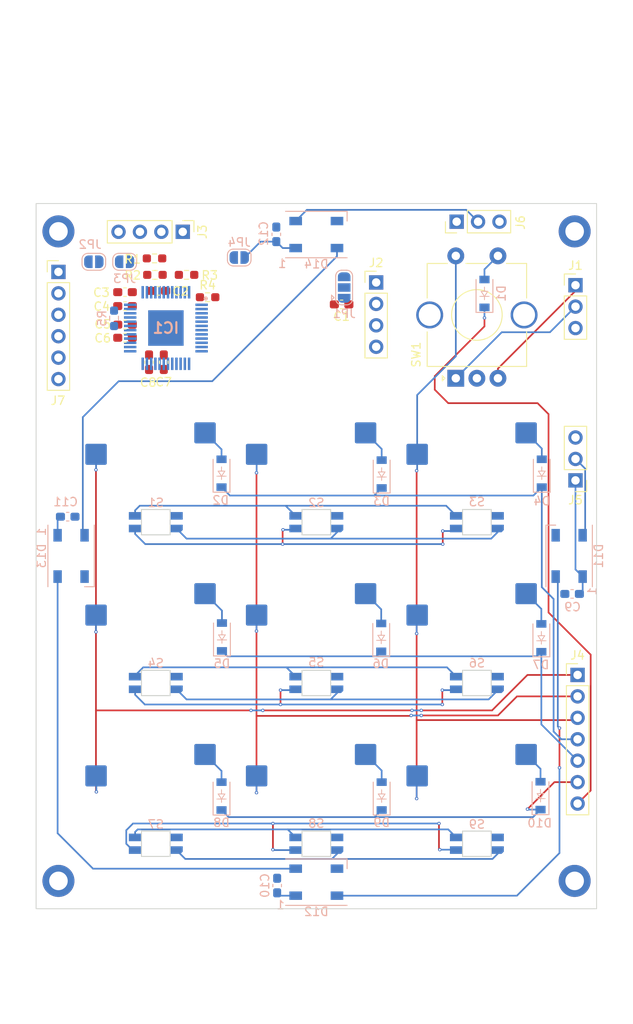
<source format=kicad_pcb>
(kicad_pcb (version 20211014) (generator pcbnew)
  (layers (0 "F.Cu" signal) (31 "B.Cu" signal) (34 "B.Paste" user) (35 "F.Paste" user) (36 "B.SilkS" user "B.Silkscreen") (37 "F.SilkS" user "F.Silkscreen") (38 "B.Mask" user) (39 "F.Mask" user) (44 "Edge.Cuts" user))
  (net 0 "")
  (net 1 "Net-(C1-Pad1)")
  (net 2 "GND")
  (net 3 "VCC")
  (net 4 "+5V")
  (net 5 "Row_RE")
  (net 6 "Net-(D1-Pad2)")
  (net 7 "Row0")
  (net 8 "Net-(D2-Pad2)")
  (net 9 "Net-(D3-Pad2)")
  (net 10 "Net-(D4-Pad2)")
  (net 11 "Row1")
  (net 12 "Net-(D5-Pad2)")
  (net 13 "Net-(D6-Pad2)")
  (net 14 "Net-(D7-Pad2)")
  (net 15 "Row2")
  (net 16 "Net-(D8-Pad2)")
  (net 17 "Net-(D9-Pad2)")
  (net 18 "Net-(D10-Pad2)")
  (net 19 "LED_DIN")
  (net 20 "Net-(D11-Pad2)")
  (net 21 "Net-(D12-Pad2)")
  (net 22 "Net-(D13-Pad2)")
  (net 23 "LED_DOUT")
  (net 25 "Row0_R")
  (net 26 "Row0_G")
  (net 27 "Row0_B")
  (net 28 "Row1_R")
  (net 29 "Row1_G")
  (net 30 "Row1_B")
  (net 31 "Row2_R")
  (net 32 "Row2_G")
  (net 33 "Row2_B")
  (net 37 "LED_Col0")
  (net 38 "LED_Col1")
  (net 39 "LED_Col2")
  (net 53 "Net-(IC1-Pad35)")
  (net 55 "SYNC")
  (net 56 "LED_SDA")
  (net 57 "LED_SCL")
  (net 59 "SHUTDOWN_JP")
  (net 60 "Net-(IC1-Pad47)")
  (net 61 "Net-(J1-Pad1)")
  (net 62 "Net-(J1-Pad2)")
  (net 63 "OLED_SCL")
  (net 64 "OLED_SDA")
  (net 65 "OLED_VCC")
  (net 66 "Col0")
  (net 67 "Col1")
  (net 68 "Col2")
  (footprint "Resistor_SMD:R_0603_1608Metric_Pad0.98x0.95mm_HandSolder" (layer "F.Cu") (at 49.9 26.2 180)
    (fp_text reference "R2")
    (fp_text value "4.7k")
  )
  (footprint "MX_Hotswap:MX-Hotswap-1U" (layer "F.Cu") (at 88.1 69.05)
    (fp_text reference "MX6")
    (fp_text value "MX-NoLED")
  )
  (footprint "MX_Hotswap:MX-Hotswap-1U" (layer "F.Cu") (at 69.05 88.1)
    (fp_text reference "MX8")
    (fp_text value "MX-NoLED")
  )
  (footprint "MX_Hotswap:MX-Hotswap-1U" (layer "F.Cu") (at 50 88.1)
    (fp_text reference "MX7")
    (fp_text value "MX-NoLED")
  )
  (footprint "MountingHole:MountingHole_2.2mm_M2_DIN965_Pad_TopBottom" (layer "F.Cu") (at 38.45 98)
    (fp_text reference "H3" hide)
    (fp_text value "MountingHole_Pad")
  )
  (footprint "MountingHole:MountingHole_2.2mm_M2_DIN965_Pad_TopBottom" (layer "F.Cu") (at 38.45 21.05)
    (fp_text reference "H2" hide)
    (fp_text value "MountingHole_Pad")
  )
  (footprint "Capacitor_SMD:C_0603_1608Metric_Pad1.08x0.95mm_HandSolder" (layer "F.Cu") (at 50.95 36.55 -90)
    (fp_text reference "C7")
    (fp_text value "0.47u")
  )
  (footprint "Resistor_SMD:R_0603_1608Metric_Pad0.98x0.95mm_HandSolder" (layer "F.Cu") (at 49.85 24.25 180)
    (fp_text reference "R1")
    (fp_text value "4.7k")
  )
  (footprint "Resistor_SMD:R_0603_1608Metric_Pad0.98x0.95mm_HandSolder" (layer "F.Cu") (at 53.65 26.2 180)
    (fp_text reference "R3")
    (fp_text value "100k")
  )
  (footprint "Connector_PinHeader_2.54mm:PinHeader_1x04_P2.54mm_Vertical" (layer "F.Cu") (at 53.2 21.1 -90)
    (fp_text reference "J3")
    (fp_text value "Conn_01x04")
  )
  (footprint "Connector_PinHeader_2.54mm:PinHeader_1x03_P2.54mm_Vertical" (layer "F.Cu") (at 85.7 19.9 90)
    (fp_text reference "J6")
    (fp_text value "Conn_01x03")
  )
  (footprint "Capacitor_SMD:C_0603_1608Metric_Pad1.08x0.95mm_HandSolder" (layer "F.Cu") (at 46.35 33.65 180)
    (fp_text reference "C6")
    (fp_text value "0.1u")
  )
  (footprint "Connector_PinHeader_2.54mm:PinHeader_1x03_P2.54mm_Vertical" (layer "F.Cu") (at 99.8 27.425)
    (fp_text reference "J1")
    (fp_text value "Conn_01x03")
  )
  (footprint "Connector_PinHeader_2.54mm:PinHeader_1x04_P2.54mm_Vertical" (layer "F.Cu") (at 76.15 27.1)
    (fp_text reference "J2")
    (fp_text value "Conn_01x04")
  )
  (footprint "MX_Hotswap:MX-Hotswap-1U" (layer "F.Cu") (at 69.05 69.05)
    (fp_text reference "MX5")
    (fp_text value "MX-NoLED")
  )
  (footprint "Connector_PinHeader_2.54mm:PinHeader_1x03_P2.54mm_Vertical" (layer "F.Cu") (at 99.8 50.55 180)
    (fp_text reference "J5")
    (fp_text value "Conn_01x03")
  )
  (footprint "Resistor_SMD:R_0603_1608Metric_Pad0.98x0.95mm_HandSolder" (layer "F.Cu") (at 56.15 28.85)
    (fp_text reference "R4")
    (fp_text value "100k")
  )
  (footprint "MX_Hotswap:MX-Hotswap-1U" (layer "F.Cu") (at 50 69.05)
    (fp_text reference "MX4")
    (fp_text value "MX-NoLED")
  )
  (footprint "MountingHole:MountingHole_2.2mm_M2_DIN965_Pad_TopBottom" (layer "F.Cu") (at 99.7 98)
    (fp_text reference "H1" hide)
    (fp_text value "MountingHole_Pad")
  )
  (footprint "MX_Hotswap:MX-Hotswap-1U" (layer "F.Cu") (at 69.05 50)
    (fp_text reference "MX2")
    (fp_text value "MX-NoLED")
  )
  (footprint "Connector_PinHeader_2.54mm:PinHeader_1x07_P2.54mm_Vertical" (layer "F.Cu") (at 100.05 73.6)
    (fp_text reference "J4")
    (fp_text value "Conn_01x07")
  )
  (footprint "Capacitor_SMD:C_0603_1608Metric_Pad1.08x0.95mm_HandSolder" (layer "F.Cu") (at 50.3 28.1)
    (fp_text reference "C2")
    (fp_text value "0.47u")
  )
  (footprint "Capacitor_SMD:C_0603_1608Metric_Pad1.08x0.95mm_HandSolder" (layer "F.Cu") (at 49.2 36.55 -90)
    (fp_text reference "C8")
    (fp_text value "0.1u")
  )
  (footprint "MX_Hotswap:MX-Hotswap-1U" (layer "F.Cu") (at 50 50)
    (fp_text reference "MX1")
    (fp_text value "MX-NoLED")
  )
  (footprint "MX_Hotswap:MX-Hotswap-1U" (layer "F.Cu") (at 88.1 88.1)
    (fp_text reference "MX9")
    (fp_text value "MX-NoLED")
  )
  (footprint "Capacitor_SMD:C_0603_1608Metric_Pad1.08x0.95mm_HandSolder" (layer "F.Cu") (at 46.35 32.1 180)
    (fp_text reference "C5")
    (fp_text value "0.47u")
  )
  (footprint "Capacitor_SMD:C_0603_1608Metric_Pad1.08x0.95mm_HandSolder" (layer "F.Cu") (at 46.35 29.9 180)
    (fp_text reference "C4")
    (fp_text value "0.1u")
  )
  (footprint "Connector_PinHeader_2.54mm:PinHeader_1x06_P2.54mm_Vertical" (layer "F.Cu") (at 38.45 25.85)
    (fp_text reference "J7")
    (fp_text value "Conn_01x06")
  )
  (footprint "Capacitor_SMD:C_0603_1608Metric_Pad1.08x0.95mm_HandSolder" (layer "F.Cu") (at 72.05 29.7 180)
    (fp_text reference "C1")
    (fp_text value "0.1u")
  )
  (footprint "Capacitor_SMD:C_0603_1608Metric_Pad1.08x0.95mm_HandSolder" (layer "F.Cu") (at 46.35 28.25 180)
    (fp_text reference "C3")
    (fp_text value "0.47u")
  )
  (footprint "MX_Hotswap:MX-Hotswap-1U" (layer "F.Cu") (at 88.1 50)
    (fp_text reference "MX3")
    (fp_text value "MX-NoLED")
  )
  (footprint "MountingHole:MountingHole_2.2mm_M2_DIN965_Pad_TopBottom" (layer "F.Cu") (at 99.7 21.05)
    (fp_text reference "H4" hide)
    (fp_text value "MountingHole_Pad")
  )
  (footprint "mini-general-tweaks:RotaryEncoder_Alps_EC11E-Switch-Vertical-EDIT" (layer "F.Cu") (at 88.1 30.95 90)
    (fp_text reference "SW1")
    (fp_text value "RotaryEncoder_Switch")
  )
  (footprint "random-keyboard-parts:D_SOD-123-Pretty" (layer "B.Cu") (at 95.65 87.9 90)
    (fp_text reference "D10")
    (fp_text value "D")
  )
  (footprint "random-keyboard-parts:QBLP677R-RGB-square_cutout" (layer "B.Cu") (at 50 93.6 180)
    (fp_text reference "S7")
    (fp_text value "QBLP677R-RGB")
    (fp_line (start -1.7 1.5) (end -1.7 -1.5) (layer "Edge.Cuts") (width 0.12))
    (fp_line (start 1.7 -1.5) (end 1.7 1.5) (layer "Edge.Cuts") (width 0.12))
    (fp_line (start 1.7 1.5) (end -1.7 1.5) (layer "Edge.Cuts") (width 0.12))
    (fp_line (start -1.7 -1.5) (end 1.7 -1.5) (layer "Edge.Cuts") (width 0.12))
  )
  (footprint "LED_SMD:LED_WS2812B_PLCC4_5.0x5.0mm_P3.2mm" (layer "B.Cu") (at 39.95 59.5 -90)
    (fp_text reference "D13")
    (fp_text value "WS2812B")
  )
  (footprint "random-keyboard-parts:D_SOD-123-Pretty" (layer "B.Cu") (at 76.8 87.95 90)
    (fp_text reference "D9")
    (fp_text value "D")
  )
  (footprint "LED_SMD:LED_WS2812B_PLCC4_5.0x5.0mm_P3.2mm" (layer "B.Cu") (at 69.05 98.15)
    (fp_text reference "D12")
    (fp_text value "WS2812B")
  )
  (footprint "random-keyboard-parts:D_SOD-123-Pretty" (layer "B.Cu") (at 57.8 49.7 90)
    (fp_text reference "D2")
    (fp_text value "D")
  )
  (footprint "random-keyboard-parts:D_SOD-123-Pretty" (layer "B.Cu") (at 95.75 69.2 90)
    (fp_text reference "D7")
    (fp_text value "D")
  )
  (footprint "random-keyboard-parts:QBLP677R-RGB-square_cutout" (layer "B.Cu") (at 69.05 74.55 180)
    (fp_text reference "S5")
    (fp_text value "QBLP677R-RGB")
    (fp_line (start -1.7 1.5) (end -1.7 -1.5) (layer "Edge.Cuts") (width 0.12))
    (fp_line (start 1.7 1.5) (end -1.7 1.5) (layer "Edge.Cuts") (width 0.12))
    (fp_line (start -1.7 -1.5) (end 1.7 -1.5) (layer "Edge.Cuts") (width 0.12))
    (fp_line (start 1.7 -1.5) (end 1.7 1.5) (layer "Edge.Cuts") (width 0.12))
  )
  (footprint "random-keyboard-parts:QBLP677R-RGB-square_cutout" (layer "B.Cu") (at 50 74.55 180)
    (fp_text reference "S4")
    (fp_text value "QBLP677R-RGB")
    (fp_line (start -1.7 -1.5) (end 1.7 -1.5) (layer "Edge.Cuts") (width 0.12))
    (fp_line (start 1.7 -1.5) (end 1.7 1.5) (layer "Edge.Cuts") (width 0.12))
    (fp_line (start 1.7 1.5) (end -1.7 1.5) (layer "Edge.Cuts") (width 0.12))
    (fp_line (start -1.7 1.5) (end -1.7 -1.5) (layer "Edge.Cuts") (width 0.12))
  )
  (footprint "LED_SMD:LED_WS2812B_PLCC4_5.0x5.0mm_P3.2mm" (layer "B.Cu") (at 69.05 21.425)
    (fp_text reference "D14")
    (fp_text value "WS2812B")
  )
  (footprint "random-keyboard-parts:QBLP677R-RGB-square_cutout" (layer "B.Cu") (at 88.1 55.5 180)
    (fp_text reference "S3")
    (fp_text value "QBLP677R-RGB")
    (fp_line (start -1.7 1.5) (end -1.7 -1.5) (layer "Edge.Cuts") (width 0.12))
    (fp_line (start 1.7 -1.5) (end 1.7 1.5) (layer "Edge.Cuts") (width 0.12))
    (fp_line (start -1.7 -1.5) (end 1.7 -1.5) (layer "Edge.Cuts") (width 0.12))
    (fp_line (start 1.7 1.5) (end -1.7 1.5) (layer "Edge.Cuts") (width 0.12))
  )
  (footprint "random-keyboard-parts:QBLP677R-RGB-square_cutout" (layer "B.Cu") (at 69.05 55.5 180)
    (fp_text reference "S2")
    (fp_text value "QBLP677R-RGB")
    (fp_line (start 1.7 1.5) (end -1.7 1.5) (layer "Edge.Cuts") (width 0.12))
    (fp_line (start 1.7 -1.5) (end 1.7 1.5) (layer "Edge.Cuts") (width 0.12))
    (fp_line (start -1.7 1.5) (end -1.7 -1.5) (layer "Edge.Cuts") (width 0.12))
    (fp_line (start -1.7 -1.5) (end 1.7 -1.5) (layer "Edge.Cuts") (width 0.12))
  )
  (footprint "random-keyboard-parts:QBLP677R-RGB-square_cutout" (layer "B.Cu") (at 88.1 93.6 180)
    (fp_text reference "S9")
    (fp_text value "QBLP677R-RGB")
    (fp_line (start 1.7 1.5) (end -1.7 1.5) (layer "Edge.Cuts") (width 0.12))
    (fp_line (start 1.7 -1.5) (end 1.7 1.5) (layer "Edge.Cuts") (width 0.12))
    (fp_line (start -1.7 -1.5) (end 1.7 -1.5) (layer "Edge.Cuts") (width 0.12))
    (fp_line (start -1.7 1.5) (end -1.7 -1.5) (layer "Edge.Cuts") (width 0.12))
  )
  (footprint "Capacitor_SMD:C_0603_1608Metric_Pad1.08x0.95mm_HandSolder" (layer "B.Cu") (at 64.4 98.55 90)
    (fp_text reference "C10")
    (fp_text value "0.1u")
  )
  (footprint "random-keyboard-parts:QBLP677R-RGB-square_cutout" (layer "B.Cu") (at 50 55.5 180)
    (fp_text reference "S1")
    (fp_text value "QBLP677R-RGB")
    (fp_line (start 1.7 -1.5) (end 1.7 1.5) (layer "Edge.Cuts") (width 0.12))
    (fp_line (start -1.7 -1.5) (end 1.7 -1.5) (layer "Edge.Cuts") (width 0.12))
    (fp_line (start 1.7 1.5) (end -1.7 1.5) (layer "Edge.Cuts") (width 0.12))
    (fp_line (start -1.7 1.5) (end -1.7 -1.5) (layer "Edge.Cuts") (width 0.12))
  )
  (footprint "Jumper:SolderJumper-3_P1.3mm_Open_RoundedPad1.0x1.5mm" (layer "B.Cu") (at 72.35 27.7 90)
    (fp_text reference "JP1")
    (fp_text value "Jumper_3_Open")
  )
  (footprint "Jumper:SolderJumper-2_P1.3mm_Open_RoundedPad1.0x1.5mm" (layer "B.Cu") (at 59.9 24.15 180)
    (fp_text reference "JP4")
    (fp_text value "Jumper_2_Open")
  )
  (footprint "Capacitor_SMD:C_0603_1608Metric_Pad1.08x0.95mm_HandSolder" (layer "B.Cu") (at 64.3 21.4 90)
    (fp_text reference "C12")
    (fp_text value "0.1u")
  )
  (footprint "Capacitor_SMD:C_0603_1608Metric_Pad1.08x0.95mm_HandSolder" (layer "B.Cu") (at 39.55 54.85)
    (fp_text reference "C11")
    (fp_text value "0.1u")
  )
  (footprint "random-keyboard-parts:D_SOD-123-Pretty" (layer "B.Cu") (at 89 28.4 90)
    (fp_text reference "D1")
    (fp_text value "D")
  )
  (footprint "Jumper:SolderJumper-2_P1.3mm_Open_RoundedPad1.0x1.5mm" (layer "B.Cu") (at 42.65 24.65)
    (fp_text reference "JP2")
    (fp_text value "Jumper_2_Open")
  )
  (footprint "Capacitor_SMD:C_0603_1608Metric_Pad1.08x0.95mm_HandSolder" (layer "B.Cu") (at 99.4 64 180)
    (fp_text reference "C9")
    (fp_text value "0.1u")
  )
  (footprint "random-keyboard-parts:D_SOD-123-Pretty" (layer "B.Cu") (at 76.8 49.8 90)
    (fp_text reference "D3")
    (fp_text value "D")
  )
  (footprint "random-keyboard-parts:QBLP677R-RGB-square_cutout" (layer "B.Cu") (at 88.1 74.55 180)
    (fp_text reference "S6")
    (fp_text value "QBLP677R-RGB")
    (fp_line (start -1.7 1.5) (end -1.7 -1.5) (layer "Edge.Cuts") (width 0.12))
    (fp_line (start 1.7 1.5) (end -1.7 1.5) (layer "Edge.Cuts") (width 0.12))
    (fp_line (start 1.7 -1.5) (end 1.7 1.5) (layer "Edge.Cuts") (width 0.12))
    (fp_line (start -1.7 -1.5) (end 1.7 -1.5) (layer "Edge.Cuts") (width 0.12))
  )
  (footprint "random-keyboard-parts:QBLP677R-RGB-square_cutout" (layer "B.Cu") (at 69.05 93.6 180)
    (fp_text reference "S8")
    (fp_text value "QBLP677R-RGB")
    (fp_line (start 1.7 1.5) (end -1.7 1.5) (layer "Edge.Cuts") (width 0.12))
    (fp_line (start -1.7 -1.5) (end 1.7 -1.5) (layer "Edge.Cuts") (width 0.12))
    (fp_line (start -1.7 1.5) (end -1.7 -1.5) (layer "Edge.Cuts") (width 0.12))
    (fp_line (start 1.7 -1.5) (end 1.7 1.5) (layer "Edge.Cuts") (width 0.12))
  )
  (footprint "random-keyboard-parts:D_SOD-123-Pretty" (layer "B.Cu") (at 57.8 87.95 90)
    (fp_text reference "D8")
    (fp_text value "D")
  )
  (footprint "random-keyboard-parts:D_SOD-123-Pretty" (layer "B.Cu") (at 76.75 69.15 90)
    (fp_text reference "D6")
    (fp_text value "D")
  )
  (footprint "Jumper:SolderJumper-2_P1.3mm_Open_RoundedPad1.0x1.5mm" (layer "B.Cu") (at 46.3 24.65)
    (fp_text reference "JP3")
    (fp_text value "Jumper_2_Open")
  )
  (footprint "Resistor_SMD:R_0603_1608Metric_Pad0.98x0.95mm_HandSolder" (layer "B.Cu") (at 45.05 31.35 -90)
    (fp_text reference "R5")
    (fp_text value "20k")
  )
  (footprint "random-keyboard-parts:D_SOD-123-Pretty" (layer "B.Cu") (at 95.8 49.7 90)
    (fp_text reference "D4")
    (fp_text value "D")
  )
  (footprint "LED_SMD:LED_WS2812B_PLCC4_5.0x5.0mm_P3.2mm" (layer "B.Cu") (at 99.05 59.5 90)
    (fp_text reference "D11")
    (fp_text value "WS2812B")
  )
  (footprint "SamacSys_Parts:QFP50P900X900X120-49N" (layer "B.Cu") (at 51.2 32.5 180)
    (fp_text reference "IC1")
    (fp_text value "IS31FL3733B-TQLS4" hide)
  )
  (footprint "random-keyboard-parts:D_SOD-123-Pretty" (layer "B.Cu") (at 57.85 69.1 90)
    (fp_text reference "D5")
    (fp_text value "D")
  )
  (gr_rect (start 35.8 17.75) (end 102.3 101.3) (layer "Edge.Cuts") (width 0.1) (fill none))
  (segment (start 64.7375 99.75) (end 64.4 99.4125) (width 0.2) (layer "B.Cu") (net 4))
  (segment (start 100.2625 64) (end 100.65 63.6125) (width 0.2) (layer "B.Cu") (net 4))
  (segment (start 62.4375 22.2625) (end 60.55 24.15) (width 0.2) (layer "B.Cu") (net 4))
  (segment (start 38.35 57.05) (end 38.35 55.1875) (width 0.2) (layer "B.Cu") (net 4))
  (segment (start 66.6 23.025) (end 65.0625 23.025) (width 0.2) (layer "B.Cu") (net 4))
  (segment (start 64.3 22.2625) (end 62.4375 22.2625) (width 0.2) (layer "B.Cu") (net 4))
  (segment (start 99.8 50.55) (end 99.8 61.1) (width 0.2) (layer "B.Cu") (net 4))
  (segment (start 38.35 55.1875) (end 38.6875 54.85) (width 0.2) (layer "B.Cu") (net 4))
  (segment (start 65.0625 23.025) (end 64.3 22.2625) (width 0.2) (layer "B.Cu") (net 4))
  (segment (start 66.6 99.75) (end 64.7375 99.75) (width 0.2) (layer "B.Cu") (net 4))
  (segment (start 100.65 63.6125) (end 100.65 61.95) (width 0.2) (layer "B.Cu") (net 4))
  (segment (start 99.8 61.1) (end 100.65 61.95) (width 0.2) (layer "B.Cu") (net 4))
  (segment (start 95.3 41.4) (end 96.6 42.7) (width 0.2) (layer "F.Cu") (net 5))
  (segment (start 83.1 38.2) (end 83.1 39.8) (width 0.2) (layer "F.Cu") (net 5))
  (segment (start 101.6 71.2) (end 101.6 87.29) (width 0.2) (layer "F.Cu") (net 5))
  (segment (start 89 32.3) (end 83.1 38.2) (width 0.2) (layer "F.Cu") (net 5))
  (segment (start 89 31.3) (end 89 32.3) (width 0.2) (layer "F.Cu") (net 5))
  (segment (start 83.1 39.8) (end 84.7 41.4) (width 0.2) (layer "F.Cu") (net 5))
  (segment (start 96.6 42.7) (end 96.6 66.2) (width 0.2) (layer "F.Cu") (net 5))
  (segment (start 101.6 87.29) (end 100.05 88.84) (width 0.2) (layer "F.Cu") (net 5))
  (segment (start 84.7 41.4) (end 95.3 41.4) (width 0.2) (layer "F.Cu") (net 5))
  (segment (start 96.6 66.2) (end 101.6 71.2) (width 0.2) (layer "F.Cu") (net 5))
  (via (at 89 31.3) (size 0.4) (drill 0.2) (layers "F.Cu" "B.Cu") (net 5))
  (segment (start 89 30.05) (end 89 31.3) (width 0.2) (layer "B.Cu") (net 5))
  (segment (start 89 25.55) (end 89 26.75) (width 0.2) (layer "B.Cu") (net 6))
  (segment (start 90.6 23.95) (end 89 25.55) (width 0.2) (layer "B.Cu") (net 6))
  (segment (start 97.2 80.3) (end 97.2 64.6) (width 0.2) (layer "B.Cu") (net 7))
  (segment (start 75.906579 52.343421) (end 76.8 51.45) (width 0.2) (layer "B.Cu") (net 7))
  (segment (start 57.8 51.35) (end 58.793421 52.343421) (width 0.2) (layer "B.Cu") (net 7))
  (segment (start 97.2 64.6) (end 95.8 63.2) (width 0.2) (layer "B.Cu") (net 7))
  (segment (start 75.906579 52.343421) (end 94.806579 52.343421) (width 0.2) (layer "B.Cu") (net 7))
  (segment (start 100.05 81.22) (end 98.12 81.22) (width 0.2) (layer "B.Cu") (net 7))
  (segment (start 98.12 81.22) (end 97.2 80.3) (width 0.2) (layer "B.Cu") (net 7))
  (segment (start 58.793421 52.343421) (end 75.906579 52.343421) (width 0.2) (layer "B.Cu") (net 7))
  (segment (start 95.8 63.2) (end 95.8 51.35) (width 0.2) (layer "B.Cu") (net 7))
  (segment (start 94.806579 52.343421) (end 95.8 51.35) (width 0.2) (layer "B.Cu") (net 7))
  (segment (start 57.8 46.878) (end 57.8 48.05) (width 0.2) (layer "B.Cu") (net 8))
  (segment (start 55.842 44.92) (end 57.8 46.878) (width 0.2) (layer "B.Cu") (net 8))
  (segment (start 76.8 46.828) (end 76.8 48.15) (width 0.2) (layer "B.Cu") (net 9))
  (segment (start 74.892 44.92) (end 76.8 46.828) (width 0.2) (layer "B.Cu") (net 9))
  (segment (start 95.8 46.778) (end 95.8 48.05) (width 0.2) (layer "B.Cu") (net 10))
  (segment (start 93.942 44.92) (end 95.8 46.778) (width 0.2) (layer "B.Cu") (net 10))
  (segment (start 100.05 83.76) (end 95.75 79.46) (width 0.2) (layer "B.Cu") (net 11))
  (segment (start 95.75 79.46) (end 95.75 70.85) (width 0.2) (layer "B.Cu") (net 11))
  (segment (start 58.493421 71.393421) (end 76.156579 71.393421) (width 0.2) (layer "B.Cu") (net 11))
  (segment (start 76.156579 71.393421) (end 76.75 70.8) (width 0.2) (layer "B.Cu") (net 11))
  (segment (start 76.156579 71.393421) (end 95.206579 71.393421) (width 0.2) (layer "B.Cu") (net 11))
  (segment (start 95.206579 71.393421) (end 95.75 70.85) (width 0.2) (layer "B.Cu") (net 11))
  (segment (start 57.85 70.75) (end 58.493421 71.393421) (width 0.2) (layer "B.Cu") (net 11))
  (segment (start 57.85 65.978) (end 57.85 67.45) (width 0.2) (layer "B.Cu") (net 12))
  (segment (start 55.842 63.97) (end 57.85 65.978) (width 0.2) (layer "B.Cu") (net 12))
  (segment (start 74.892 63.97) (end 76.75 65.828) (width 0.2) (layer "B.Cu") (net 13))
  (segment (start 76.75 65.828) (end 76.75 67.5) (width 0.2) (layer "B.Cu") (net 13))
  (segment (start 95.75 65.778) (end 95.75 67.55) (width 0.2) (layer "B.Cu") (net 14))
  (segment (start 93.942 63.97) (end 95.75 65.778) (width 0.2) (layer "B.Cu") (net 14))
  (segment (start 94.1 89.5) (end 97.3 86.3) (width 0.2) (layer "F.Cu") (net 15))
  (segment (start 97.3 86.3) (end 100.05 86.3) (width 0.2) (layer "F.Cu") (net 15))
  (via (at 94.1 89.5) (size 0.4) (drill 0.2) (layers "F.Cu" "B.Cu") (net 15))
  (segment (start 57.8 89.6) (end 58.643421 90.443421) (width 0.2) (layer "B.Cu") (net 15))
  (segment (start 95.65 89.55) (end 94.15 89.55) (width 0.2) (layer "B.Cu") (net 15))
  (segment (start 58.643421 90.443421) (end 75.956579 90.443421) (width 0.2) (layer "B.Cu") (net 15))
  (segment (start 94.15 89.55) (end 94.1 89.5) (width 0.2) (layer "B.Cu") (net 15))
  (segment (start 94.756579 90.443421) (end 95.65 89.55) (width 0.2) (layer "B.Cu") (net 15))
  (segment (start 75.956579 90.443421) (end 94.756579 90.443421) (width 0.2) (layer "B.Cu") (net 15))
  (segment (start 75.956579 90.443421) (end 76.8 89.6) (width 0.2) (layer "B.Cu") (net 15))
  (segment (start 55.842 83.02) (end 57.8 84.978) (width 0.2) (layer "B.Cu") (net 16))
  (segment (start 57.8 84.978) (end 57.8 86.3) (width 0.2) (layer "B.Cu") (net 16))
  (segment (start 76.8 84.928) (end 76.8 86.3) (width 0.2) (layer "B.Cu") (net 17))
  (segment (start 74.892 83.02) (end 76.8 84.928) (width 0.2) (layer "B.Cu") (net 17))
  (segment (start 93.942 83.02) (end 95.65 84.728) (width 0.2) (layer "B.Cu") (net 18))
  (segment (start 95.65 84.728) (end 95.65 86.25) (width 0.2) (layer "B.Cu") (net 18))
  (segment (start 100.949511 56.750489) (end 100.949511 49.159511) (width 0.2) (layer "B.Cu") (net 19))
  (segment (start 100.65 57.05) (end 100.949511 56.750489) (width 0.2) (layer "B.Cu") (net 19))
  (segment (start 100.949511 49.159511) (end 99.8 48.01) (width 0.2) (layer "B.Cu") (net 19))
  (segment (start 97.9 84.6) (end 97.9 79.9) (width 0.2) (layer "F.Cu") (net 20))
  (via (at 97.9 79.9) (size 0.4) (drill 0.2) (layers "F.Cu" "B.Cu") (net 20))
  (via (at 97.9 84.6) (size 0.4) (drill 0.2) (layers "F.Cu" "B.Cu") (net 20))
  (segment (start 97.9 94.7) (end 92.85 99.75) (width 0.2) (layer "B.Cu") (net 20))
  (segment (start 97.9 84.6) (end 97.9 94.7) (width 0.2) (layer "B.Cu") (net 20))
  (segment (start 97.9 79.9) (end 97.70048 79.70048) (width 0.2) (layer "B.Cu") (net 20))
  (segment (start 97.70048 62.20048) (end 97.45 61.95) (width 0.2) (layer "B.Cu") (net 20))
  (segment (start 92.85 99.75) (end 71.5 99.75) (width 0.2) (layer "B.Cu") (net 20))
  (segment (start 97.70048 79.70048) (end 97.70048 62.20048) (width 0.2) (layer "B.Cu") (net 20))
  (segment (start 38.35 92.35) (end 38.35 61.95) (width 0.2) (layer "B.Cu") (net 21))
  (segment (start 42.55 96.55) (end 38.35 92.35) (width 0.2) (layer "B.Cu") (net 21))
  (segment (start 66.6 96.55) (end 42.55 96.55) (width 0.2) (layer "B.Cu") (net 21))
  (segment (start 41.55 57.05) (end 41.34048 56.84048) (width 0.2) (layer "B.Cu") (net 22))
  (segment (start 41.34048 56.84048) (end 41.34048 43.05952) (width 0.2) (layer "B.Cu") (net 22))
  (segment (start 45.6 38.8) (end 56.7 38.8) (width 0.2) (layer "B.Cu") (net 22))
  (segment (start 71.5 24) (end 71.5 23.025) (width 0.2) (layer "B.Cu") (net 22))
  (segment (start 56.7 38.8) (end 71.5 24) (width 0.2) (layer "B.Cu") (net 22))
  (segment (start 41.34048 43.05952) (end 45.6 38.8) (width 0.2) (layer "B.Cu") (net 22))
  (segment (start 86.84 18.5) (end 88.24 19.9) (width 0.2) (layer "B.Cu") (net 23))
  (segment (start 67.925 18.5) (end 86.84 18.5) (width 0.2) (layer "B.Cu") (net 23))
  (segment (start 66.6 19.825) (end 67.925 18.5) (width 0.2) (layer "B.Cu") (net 23))
  (segment (start 65.4 53.55) (end 66.6 54.75) (width 0.2) (layer "B.Cu") (net 25))
  (segment (start 47.55 54.1) (end 48.1 53.55) (width 0.2) (layer "B.Cu") (net 25))
  (segment (start 48.1 53.55) (end 65.4 53.55) (width 0.2) (layer "B.Cu") (net 25))
  (segment (start 65.4 53.55) (end 84.45 53.55) (width 0.2) (layer "B.Cu") (net 25))
  (segment (start 84.45 53.55) (end 85.65 54.75) (width 0.2) (layer "B.Cu") (net 25))
  (segment (start 47.55 54.75) (end 47.55 54.1) (width 0.2) (layer "B.Cu") (net 25))
  (segment (start 65.05 56.45) (end 65.1 56.4) (width 0.2) (layer "F.Cu") (net 26))
  (segment (start 65.05 58.1) (end 65.05 56.45) (width 0.2) (layer "F.Cu") (net 26))
  (segment (start 84.05 58.1) (end 84.05 56.55) (width 0.2) (layer "F.Cu") (net 26))
  (via (at 84.05 58.1) (size 0.4) (drill 0.2) (layers "F.Cu" "B.Cu") (net 26))
  (via (at 65.05 58.1) (size 0.4) (drill 0.2) (layers "F.Cu" "B.Cu") (net 26))
  (via (at 84.05 56.55) (size 0.4) (drill 0.2) (layers "F.Cu" "B.Cu") (net 26))
  (via (at 65.1 56.4) (size 0.4) (drill 0.2) (layers "F.Cu" "B.Cu") (net 26))
  (segment (start 85.35 56.55) (end 85.65 56.25) (width 0.2) (layer "B.Cu") (net 26))
  (segment (start 65.1 56.4) (end 66.45 56.4) (width 0.2) (layer "B.Cu") (net 26))
  (segment (start 47.55 56.9) (end 48.75 58.1) (width 0.2) (layer "B.Cu") (net 26))
  (segment (start 47.55 56.25) (end 47.55 56.9) (width 0.2) (layer "B.Cu") (net 26))
  (segment (start 48.75 58.1) (end 65.05 58.1) (width 0.2) (layer "B.Cu") (net 26))
  (segment (start 84.05 56.55) (end 85.35 56.55) (width 0.2) (layer "B.Cu") (net 26))
  (segment (start 66.45 56.4) (end 66.6 56.25) (width 0.2) (layer "B.Cu") (net 26))
  (segment (start 65.05 58.1) (end 84.05 58.1) (width 0.2) (layer "B.Cu") (net 26))
  (segment (start 70.75 57.45) (end 89.8 57.45) (width 0.2) (layer "B.Cu") (net 27))
  (segment (start 53.65 57.45) (end 70.75 57.45) (width 0.2) (layer "B.Cu") (net 27))
  (segment (start 71.5 56.7) (end 71.5 56.25) (width 0.2) (layer "B.Cu") (net 27))
  (segment (start 52.45 56.25) (end 53.65 57.45) (width 0.2) (layer "B.Cu") (net 27))
  (segment (start 70.75 57.45) (end 71.5 56.7) (width 0.2) (layer "B.Cu") (net 27))
  (segment (start 90.55 56.7) (end 90.55 56.25) (width 0.2) (layer "B.Cu") (net 27))
  (segment (start 89.8 57.45) (end 90.55 56.7) (width 0.2) (layer "B.Cu") (net 27))
  (segment (start 47.55 73.8) (end 47.55 73.658551) (width 0.2) (layer "B.Cu") (net 28))
  (segment (start 65.5 72.7) (end 84.55 72.7) (width 0.2) (layer "B.Cu") (net 28))
  (segment (start 65.5 72.7) (end 66.6 73.8) (width 0.2) (layer "B.Cu") (net 28))
  (segment (start 48.508551 72.7) (end 65.5 72.7) (width 0.2) (layer "B.Cu") (net 28))
  (segment (start 47.55 73.658551) (end 48.508551 72.7) (width 0.2) (layer "B.Cu") (net 28))
  (segment (start 84.55 72.7) (end 85.65 73.8) (width 0.2) (layer "B.Cu") (net 28))
  (segment (start 64.8 77.1) (end 64.8 75.4) (width 0.2) (layer "F.Cu") (net 29))
  (segment (start 84 77.1) (end 84 75.4) (width 0.2) (layer "F.Cu") (net 29))
  (via (at 84 77.1) (size 0.4) (drill 0.2) (layers "F.Cu" "B.Cu") (net 29))
  (via (at 84 75.4) (size 0.4) (drill 0.2) (layers "F.Cu" "B.Cu") (net 29))
  (via (at 64.8 77.1) (size 0.4) (drill 0.2) (layers "F.Cu" "B.Cu") (net 29))
  (via (at 64.8 75.4) (size 0.4) (drill 0.2) (layers "F.Cu" "B.Cu") (net 29))
  (segment (start 85.55 75.4) (end 85.65 75.3) (width 0.2) (layer "B.Cu") (net 29))
  (segment (start 66.5 75.4) (end 66.6 75.3) (width 0.2) (layer "B.Cu") (net 29))
  (segment (start 64.8 75.4) (end 66.5 75.4) (width 0.2) (layer "B.Cu") (net 29))
  (segment (start 47.55 75.95) (end 48.7 77.1) (width 0.2) (layer "B.Cu") (net 29))
  (segment (start 48.7 77.1) (end 64.8 77.1) (width 0.2) (layer "B.Cu") (net 29))
  (segment (start 64.8 77.1) (end 84 77.1) (width 0.2) (layer "B.Cu") (net 29))
  (segment (start 47.55 75.3) (end 47.55 75.95) (width 0.2) (layer "B.Cu") (net 29))
  (segment (start 84 75.4) (end 85.55 75.4) (width 0.2) (layer "B.Cu") (net 29))
  (segment (start 70.75 76.5) (end 89.491449 76.5) (width 0.2) (layer "B.Cu") (net 30))
  (segment (start 71.5 75.75) (end 71.5 75.3) (width 0.2) (layer "B.Cu") (net 30))
  (segment (start 53.65 76.5) (end 70.75 76.5) (width 0.2) (layer "B.Cu") (net 30))
  (segment (start 52.45 75.3) (end 53.65 76.5) (width 0.2) (layer "B.Cu") (net 30))
  (segment (start 89.491449 76.5) (end 90.55 75.441449) (width 0.2) (layer "B.Cu") (net 30))
  (segment (start 70.75 76.5) (end 71.5 75.75) (width 0.2) (layer "B.Cu") (net 30))
  (segment (start 90.55 75.441449) (end 90.55 75.3) (width 0.2) (layer "B.Cu") (net 30))
  (segment (start 47.85 91.9) (end 65.65 91.9) (width 0.2) (layer "B.Cu") (net 31))
  (segment (start 65.65 91.9) (end 84.7 91.9) (width 0.2) (layer "B.Cu") (net 31))
  (segment (start 47.55 92.2) (end 47.85 91.9) (width 0.2) (layer "B.Cu") (net 31))
  (segment (start 65.65 91.9) (end 66.6 92.85) (width 0.2) (layer "B.Cu") (net 31))
  (segment (start 84.7 91.9) (end 85.65 92.85) (width 0.2) (layer "B.Cu") (net 31))
  (segment (start 47.55 92.85) (end 47.55 92.2) (width 0.2) (layer "B.Cu") (net 31))
  (segment (start 63.9 91.2) (end 63.9 94.3) (width 0.2) (layer "F.Cu") (net 32))
  (segment (start 83.6 94.2) (end 83.7 94.3) (width 0.2) (layer "F.Cu") (net 32))
  (segment (start 83.6 91.2) (end 83.6 94.2) (width 0.2) (layer "F.Cu") (net 32))
  (via (at 63.9 91.2) (size 0.4) (drill 0.2) (layers "F.Cu" "B.Cu") (net 32))
  (via (at 83.6 91.2) (size 0.4) (drill 0.2) (layers "F.Cu" "B.Cu") (net 32))
  (via (at 83.7 94.3) (size 0.4) (drill 0.2) (layers "F.Cu" "B.Cu") (net 32))
  (via (at 63.9 94.3) (size 0.4) (drill 0.2) (layers "F.Cu" "B.Cu") (net 32))
  (segment (start 47.55 94.35) (end 47.25 94.35) (width 0.2) (layer "B.Cu") (net 32))
  (segment (start 47.3 91.2) (end 63.9 91.2) (width 0.2) (layer "B.Cu") (net 32))
  (segment (start 47.25 94.35) (end 46.500489 93.600489) (width 0.2) (layer "B.Cu") (net 32))
  (segment (start 63.9 94.3) (end 63.95 94.35) (width 0.2) (layer "B.Cu") (net 32))
  (segment (start 46.500489 91.999511) (end 47.3 91.2) (width 0.2) (layer "B.Cu") (net 32))
  (segment (start 46.500489 93.600489) (end 46.500489 91.999511) (width 0.2) (layer "B.Cu") (net 32))
  (segment (start 83.7 94.3) (end 85.6 94.3) (width 0.2) (layer "B.Cu") (net 32))
  (segment (start 63.9 91.2) (end 83.6 91.2) (width 0.2) (layer "B.Cu") (net 32))
  (segment (start 63.95 94.35) (end 66.6 94.35) (width 0.2) (layer "B.Cu") (net 32))
  (segment (start 85.6 94.3) (end 85.65 94.35) (width 0.2) (layer "B.Cu") (net 32))
  (segment (start 90.55 94.8) (end 90.55 94.35) (width 0.2) (layer "B.Cu") (net 33))
  (segment (start 53.5 95.4) (end 70.9 95.4) (width 0.2) (layer "B.Cu") (net 33))
  (segment (start 52.45 94.35) (end 53.5 95.4) (width 0.2) (layer "B.Cu") (net 33))
  (segment (start 89.95 95.4) (end 90.55 94.8) (width 0.2) (layer "B.Cu") (net 33))
  (segment (start 71.5 94.8) (end 71.5 94.35) (width 0.2) (layer "B.Cu") (net 33))
  (segment (start 70.9 95.4) (end 89.95 95.4) (width 0.2) (layer "B.Cu") (net 33))
  (segment (start 70.9 95.4) (end 71.5 94.8) (width 0.2) (layer "B.Cu") (net 33))
  (segment (start 99.8 28.1) (end 90.6 37.3) (width 0.2) (layer "F.Cu") (net 61))
  (segment (start 90.6 37.3) (end 90.6 38.45) (width 0.2) (layer "F.Cu") (net 61))
  (segment (start 99.8 27.425) (end 99.8 28.1) (width 0.2) (layer "F.Cu") (net 61))
  (segment (start 99.8 29.965) (end 96.765 33) (width 0.2) (layer "B.Cu") (net 62))
  (segment (start 91.05 33) (end 85.6 38.45) (width 0.2) (layer "B.Cu") (net 62))
  (segment (start 96.765 33) (end 91.05 33) (width 0.2) (layer "B.Cu") (net 62))
  (segment (start 89.9 77.8) (end 94.1 73.6) (width 0.2) (layer "F.Cu") (net 66))
  (segment (start 42.9 77.8) (end 61.3 77.8) (width 0.2) (layer "F.Cu") (net 66))
  (segment (start 94.1 73.6) (end 100.05 73.6) (width 0.2) (layer "F.Cu") (net 66))
  (segment (start 42.9 49.3) (end 42.9 68.5) (width 0.2) (layer "F.Cu") (net 66))
  (segment (start 42.9 77.8) (end 42.9 87.4) (width 0.2) (layer "F.Cu") (net 66))
  (segment (start 42.9 68.5) (end 42.9 77.8) (width 0.2) (layer "F.Cu") (net 66))
  (segment (start 81.5 77.8) (end 89.9 77.8) (width 0.2) (layer "F.Cu") (net 66))
  (segment (start 62.7 77.8) (end 80.4 77.8) (width 0.2) (layer "F.Cu") (net 66))
  (segment (start 42.9 87.4) (end 42.95 87.45) (width 0.2) (layer "F.Cu") (net 66))
  (via (at 42.9 68.5) (size 0.4) (drill 0.2) (layers "F.Cu" "B.Cu") (net 66))
  (via (at 61.3 77.8) (size 0.4) (drill 0.2) (layers "F.Cu" "B.Cu") (net 66))
  (via (at 80.4 77.8) (size 0.4) (drill 0.2) (layers "F.Cu" "B.Cu") (net 66))
  (via (at 81.5 77.8) (size 0.4) (drill 0.2) (layers "F.Cu" "B.Cu") (net 66))
  (via (at 42.95 87.45) (size 0.4) (drill 0.2) (layers "F.Cu" "B.Cu") (net 66))
  (via (at 62.7 77.8) (size 0.4) (drill 0.2) (layers "F.Cu" "B.Cu") (net 66))
  (via (at 42.9 49.3) (size 0.4) (drill 0.2) (layers "F.Cu" "B.Cu") (net 66))
  (segment (start 42.9 66.525) (end 42.915 66.51) (width 0.2) (layer "B.Cu") (net 66))
  (segment (start 61.3 77.8) (end 62.7 77.8) (width 0.2) (layer "B.Cu") (net 66))
  (segment (start 42.95 87.45) (end 42.95 85.595) (width 0.2) (layer "B.Cu") (net 66))
  (segment (start 42.915 47.46) (end 42.915 49.285) (width 0.2) (layer "B.Cu") (net 66))
  (segment (start 42.95 85.595) (end 42.915 85.56) (width 0.2) (layer "B.Cu") (net 66))
  (segment (start 42.9 68.5) (end 42.9 66.525) (width 0.2) (layer "B.Cu") (net 66))
  (segment (start 80.4 77.8) (end 81.5 77.8) (width 0.2) (layer "B.Cu") (net 66))
  (segment (start 42.915 49.285) (end 42.9 49.3) (width 0.2) (layer "B.Cu") (net 66))
  (segment (start 100.05 76.14) (end 92.86 76.14) (width 0.2) (layer "F.Cu") (net 67))
  (segment (start 90.6 78.4) (end 81.5 78.4) (width 0.2) (layer "F.Cu") (net 67))
  (segment (start 61.95 49.65) (end 61.95 68.4) (width 0.2) (layer "F.Cu") (net 67))
  (segment (start 61.95 68.4) (end 61.95 78.45) (width 0.2) (layer "F.Cu") (net 67))
  (segment (start 61.95 78.45) (end 80.25 78.45) (width 0.2) (layer "F.Cu") (net 67))
  (segment (start 92.86 76.14) (end 90.6 78.4) (width 0.2) (layer "F.Cu") (net 67))
  (segment (start 61.95 78.45) (end 61.95 87.55) (width 0.2) (layer "F.Cu") (net 67))
  (segment (start 80.25 78.45) (end 80.3 78.4) (width 0.2) (layer "F.Cu") (net 67))
  (via (at 61.95 49.65) (size 0.4) (drill 0.2) (layers "F.Cu" "B.Cu") (net 67))
  (via (at 80.3 78.4) (size 0.4) (drill 0.2) (layers "F.Cu" "B.Cu") (net 67))
  (via (at 61.95 68.4) (size 0.4) (drill 0.2) (layers "F.Cu" "B.Cu") (net 67))
  (via (at 81.5 78.4) (size 0.4) (drill 0.2) (layers "F.Cu" "B.Cu") (net 67))
  (via (at 61.95 87.55) (size 0.4) (drill 0.2) (layers "F.Cu" "B.Cu") (net 67))
  (segment (start 61.965 47.46) (end 61.965 49.635) (width 0.2) (layer "B.Cu") (net 67))
  (segment (start 61.965 49.635) (end 61.95 49.65) (width 0.2) (layer "B.Cu") (net 67))
  (segment (start 61.95 66.525) (end 61.965 66.51) (width 0.2) (layer "B.Cu") (net 67))
  (segment (start 61.95 85.575) (end 61.965 85.56) (width 0.2) (layer "B.Cu") (net 67))
  (segment (start 61.95 87.55) (end 61.95 85.575) (width 0.2) (layer "B.Cu") (net 67))
  (segment (start 61.95 68.4) (end 61.95 66.525) (width 0.2) (layer "B.Cu") (net 67))
  (segment (start 80.3 78.4) (end 81.5 78.4) (width 0.2) (layer "B.Cu") (net 67))
  (segment (start 80.95 78.95) (end 80.95 88.25) (width 0.2) (layer "F.Cu") (net 68))
  (segment (start 80.95 68.7) (end 80.95 78.95) (width 0.2) (layer "F.Cu") (net 68))
  (segment (start 80.95 49.4) (end 80.95 68.7) (width 0.2) (layer "F.Cu") (net 68))
  (segment (start 99.78 78.95) (end 80.95 78.95) (width 0.2) (layer "F.Cu") (net 68))
  (segment (start 100.05 78.68) (end 99.78 78.95) (width 0.2) (layer "F.Cu") (net 68))
  (via (at 80.95 49.4) (size 0.4) (drill 0.2) (layers "F.Cu" "B.Cu") (net 68))
  (via (at 80.95 88.25) (size 0.4) (drill 0.2) (layers "F.Cu" "B.Cu") (net 68))
  (via (at 80.95 68.7) (size 0.4) (drill 0.2) (layers "F.Cu" "B.Cu") (net 68))
  (segment (start 85.6 23.95) (end 85.6 35.850978) (width 0.2) (layer "B.Cu") (net 68))
  (segment (start 80.95 68.7) (end 80.95 66.575) (width 0.2) (layer "B.Cu") (net 68))
  (segment (start 80.95 85.625) (end 81.015 85.56) (width 0.2) (layer "B.Cu") (net 68))
  (segment (start 81.015 40.435978) (end 81.015 47.46) (width 0.2) (layer "B.Cu") (net 68))
  (segment (start 81.015 49.335) (end 80.95 49.4) (width 0.2) (layer "B.Cu") (net 68))
  (segment (start 81.015 47.46) (end 81.015 49.335) (width 0.2) (layer "B.Cu") (net 68))
  (segment (start 80.95 66.575) (end 81.015 66.51) (width 0.2) (layer "B.Cu") (net 68))
  (segment (start 80.95 88.25) (end 80.95 85.625) (width 0.2) (layer "B.Cu") (net 68))
  (segment (start 85.6 35.850978) (end 81.015 40.435978) (width 0.2) (layer "B.Cu") (net 68))
)
</source>
